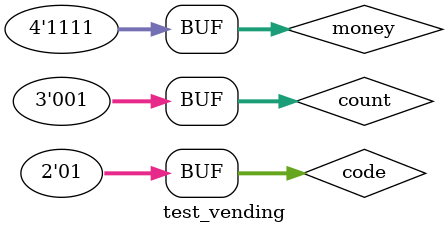
<source format=v>
`timescale 1ns / 1ps



module test_vending;

	// Inputs
	reg [1:0] code;
	reg [2:0] count;
	reg [3:0] money;

	// Outputs
	wire posibility;
	wire [3:0] remaining;

	// Instantiate the Unit Under Test (UUT)
	vendingmachine uut (
		.code(code), 
		.count(count), 
		.money(money), 
		.posibility(posibility), 
		.remaining(remaining)
	);

	initial begin
		// Initialize Inputs
		code = 0;
		count = 0;
		money = 0;

		// Wait 100 ns for global reset to finish
		#100;

		code = 2'b01;
		count = 3'b001;
		money = 4'b1111;
		// Add stimulus here

	end
      
endmodule


</source>
